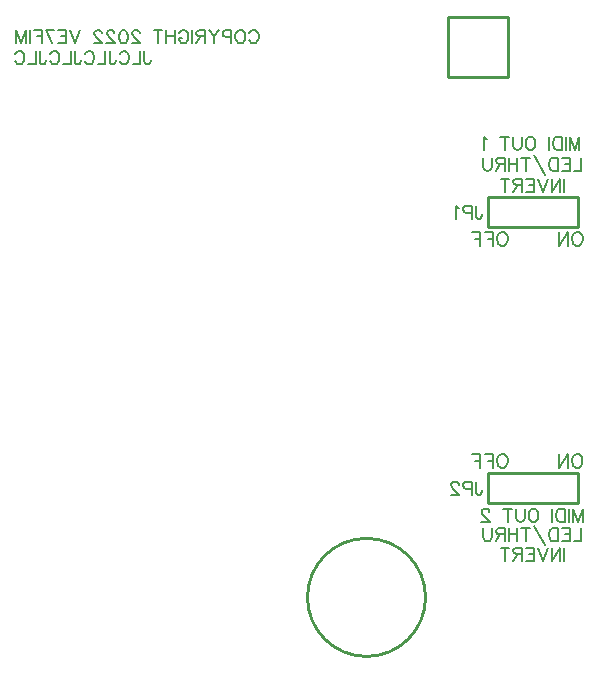
<source format=gbo>
G04 Layer: BottomSilkscreenLayer*
G04 Panelize: V-CUT, Column: 2, Row: 2, Board Size: 58.42mm x 58.42mm, Panelized Board Size: 118.84mm x 118.84mm*
G04 EasyEDA v6.5.32, 2023-07-30 20:53:33*
G04 c3515dc738d34e5298cd013e7790fecd,5a6b42c53f6a479593ecc07194224c93,10*
G04 Gerber Generator version 0.2*
G04 Scale: 100 percent, Rotated: No, Reflected: No *
G04 Dimensions in millimeters *
G04 leading zeros omitted , absolute positions ,4 integer and 5 decimal *
%FSLAX45Y45*%
%MOMM*%

%ADD10C,0.1520*%
%ADD11C,0.1524*%
%ADD12C,0.2540*%

%LPD*%
D10*
X1878444Y5423938D02*
G01*
X1878444Y5340812D01*
X1883641Y5325224D01*
X1888835Y5320029D01*
X1899226Y5314835D01*
X1909617Y5314835D01*
X1920008Y5320029D01*
X1925205Y5325224D01*
X1930400Y5340812D01*
X1930400Y5351203D01*
X1844154Y5423938D02*
G01*
X1844154Y5314835D01*
X1844154Y5314835D02*
G01*
X1781810Y5314835D01*
X1669587Y5397962D02*
G01*
X1674784Y5408353D01*
X1685175Y5418744D01*
X1695564Y5423938D01*
X1716346Y5423938D01*
X1726737Y5418744D01*
X1737128Y5408353D01*
X1742325Y5397962D01*
X1747520Y5382374D01*
X1747520Y5356397D01*
X1742325Y5340812D01*
X1737128Y5330421D01*
X1726737Y5320029D01*
X1716346Y5314835D01*
X1695564Y5314835D01*
X1685175Y5320029D01*
X1674784Y5330421D01*
X1669587Y5340812D01*
X1583344Y5423938D02*
G01*
X1583344Y5340812D01*
X1588538Y5325224D01*
X1593735Y5320029D01*
X1604124Y5314835D01*
X1614515Y5314835D01*
X1624906Y5320029D01*
X1630103Y5325224D01*
X1635297Y5340812D01*
X1635297Y5351203D01*
X1549054Y5423938D02*
G01*
X1549054Y5314835D01*
X1549054Y5314835D02*
G01*
X1486707Y5314835D01*
X1374485Y5397962D02*
G01*
X1379682Y5408353D01*
X1390073Y5418744D01*
X1400464Y5423938D01*
X1421244Y5423938D01*
X1431635Y5418744D01*
X1442026Y5408353D01*
X1447223Y5397962D01*
X1452417Y5382374D01*
X1452417Y5356397D01*
X1447223Y5340812D01*
X1442026Y5330421D01*
X1431635Y5320029D01*
X1421244Y5314835D01*
X1400464Y5314835D01*
X1390073Y5320029D01*
X1379682Y5330421D01*
X1374485Y5340812D01*
X1288242Y5423938D02*
G01*
X1288242Y5340812D01*
X1293436Y5325224D01*
X1298633Y5320029D01*
X1309024Y5314835D01*
X1319415Y5314835D01*
X1329804Y5320029D01*
X1335001Y5325224D01*
X1340195Y5340812D01*
X1340195Y5351203D01*
X1253952Y5423938D02*
G01*
X1253952Y5314835D01*
X1253952Y5314835D02*
G01*
X1191605Y5314835D01*
X1079385Y5397962D02*
G01*
X1084579Y5408353D01*
X1094971Y5418744D01*
X1105362Y5423938D01*
X1126144Y5423938D01*
X1136535Y5418744D01*
X1146924Y5408353D01*
X1152121Y5397962D01*
X1157315Y5382374D01*
X1157315Y5356397D01*
X1152121Y5340812D01*
X1146924Y5330421D01*
X1136535Y5320029D01*
X1126144Y5314835D01*
X1105362Y5314835D01*
X1094971Y5320029D01*
X1084579Y5330421D01*
X1079385Y5340812D01*
X993139Y5423938D02*
G01*
X993139Y5340812D01*
X998334Y5325224D01*
X1003531Y5320029D01*
X1013922Y5314835D01*
X1024313Y5314835D01*
X1034704Y5320029D01*
X1039898Y5325224D01*
X1045095Y5340812D01*
X1045095Y5351203D01*
X958850Y5423938D02*
G01*
X958850Y5314835D01*
X958850Y5314835D02*
G01*
X896505Y5314835D01*
X784283Y5397962D02*
G01*
X789477Y5408353D01*
X799868Y5418744D01*
X810260Y5423938D01*
X831042Y5423938D01*
X841433Y5418744D01*
X851824Y5408353D01*
X857018Y5397962D01*
X862215Y5382374D01*
X862215Y5356397D01*
X857018Y5340812D01*
X851824Y5330421D01*
X841433Y5320029D01*
X831042Y5314835D01*
X810260Y5314835D01*
X799868Y5320029D01*
X789477Y5330421D01*
X784283Y5340812D01*
D11*
X2766822Y5575807D02*
G01*
X2772156Y5586221D01*
X2782570Y5596636D01*
X2792729Y5601715D01*
X2813558Y5601715D01*
X2823972Y5596636D01*
X2834386Y5586221D01*
X2839720Y5575807D01*
X2844800Y5560060D01*
X2844800Y5534152D01*
X2839720Y5518657D01*
X2834386Y5508244D01*
X2823972Y5497829D01*
X2813558Y5492750D01*
X2792729Y5492750D01*
X2782570Y5497829D01*
X2772156Y5508244D01*
X2766822Y5518657D01*
X2701290Y5601715D02*
G01*
X2711704Y5596636D01*
X2722118Y5586221D01*
X2727452Y5575807D01*
X2732531Y5560060D01*
X2732531Y5534152D01*
X2727452Y5518657D01*
X2722118Y5508244D01*
X2711704Y5497829D01*
X2701290Y5492750D01*
X2680715Y5492750D01*
X2670302Y5497829D01*
X2659888Y5508244D01*
X2654554Y5518657D01*
X2649474Y5534152D01*
X2649474Y5560060D01*
X2654554Y5575807D01*
X2659888Y5586221D01*
X2670302Y5596636D01*
X2680715Y5601715D01*
X2701290Y5601715D01*
X2615184Y5601715D02*
G01*
X2615184Y5492750D01*
X2615184Y5601715D02*
G01*
X2568447Y5601715D01*
X2552700Y5596636D01*
X2547620Y5591302D01*
X2542540Y5580887D01*
X2542540Y5565394D01*
X2547620Y5554979D01*
X2552700Y5549900D01*
X2568447Y5544565D01*
X2615184Y5544565D01*
X2508250Y5601715D02*
G01*
X2466593Y5549900D01*
X2466593Y5492750D01*
X2424938Y5601715D02*
G01*
X2466593Y5549900D01*
X2390647Y5601715D02*
G01*
X2390647Y5492750D01*
X2390647Y5601715D02*
G01*
X2343911Y5601715D01*
X2328418Y5596636D01*
X2323084Y5591302D01*
X2318004Y5580887D01*
X2318004Y5570473D01*
X2323084Y5560060D01*
X2328418Y5554979D01*
X2343911Y5549900D01*
X2390647Y5549900D01*
X2354325Y5549900D02*
G01*
X2318004Y5492750D01*
X2283713Y5601715D02*
G01*
X2283713Y5492750D01*
X2171445Y5575807D02*
G01*
X2176779Y5586221D01*
X2186940Y5596636D01*
X2197354Y5601715D01*
X2218181Y5601715D01*
X2228595Y5596636D01*
X2239009Y5586221D01*
X2244090Y5575807D01*
X2249424Y5560060D01*
X2249424Y5534152D01*
X2244090Y5518657D01*
X2239009Y5508244D01*
X2228595Y5497829D01*
X2218181Y5492750D01*
X2197354Y5492750D01*
X2186940Y5497829D01*
X2176779Y5508244D01*
X2171445Y5518657D01*
X2171445Y5534152D01*
X2197354Y5534152D02*
G01*
X2171445Y5534152D01*
X2137156Y5601715D02*
G01*
X2137156Y5492750D01*
X2064511Y5601715D02*
G01*
X2064511Y5492750D01*
X2137156Y5549900D02*
G01*
X2064511Y5549900D01*
X1993900Y5601715D02*
G01*
X1993900Y5492750D01*
X2030222Y5601715D02*
G01*
X1957324Y5601715D01*
X1837944Y5575807D02*
G01*
X1837944Y5580887D01*
X1832610Y5591302D01*
X1827529Y5596636D01*
X1817115Y5601715D01*
X1796287Y5601715D01*
X1785873Y5596636D01*
X1780794Y5591302D01*
X1775460Y5580887D01*
X1775460Y5570473D01*
X1780794Y5560060D01*
X1791207Y5544565D01*
X1843023Y5492750D01*
X1770379Y5492750D01*
X1704847Y5601715D02*
G01*
X1720595Y5596636D01*
X1731010Y5580887D01*
X1736089Y5554979D01*
X1736089Y5539486D01*
X1731010Y5513323D01*
X1720595Y5497829D01*
X1704847Y5492750D01*
X1694434Y5492750D01*
X1678939Y5497829D01*
X1668526Y5513323D01*
X1663445Y5539486D01*
X1663445Y5554979D01*
X1668526Y5580887D01*
X1678939Y5596636D01*
X1694434Y5601715D01*
X1704847Y5601715D01*
X1623821Y5575807D02*
G01*
X1623821Y5580887D01*
X1618742Y5591302D01*
X1613407Y5596636D01*
X1602994Y5601715D01*
X1582420Y5601715D01*
X1572005Y5596636D01*
X1566671Y5591302D01*
X1561592Y5580887D01*
X1561592Y5570473D01*
X1566671Y5560060D01*
X1577086Y5544565D01*
X1629155Y5492750D01*
X1556257Y5492750D01*
X1516887Y5575807D02*
G01*
X1516887Y5580887D01*
X1511554Y5591302D01*
X1506473Y5596636D01*
X1496060Y5601715D01*
X1475231Y5601715D01*
X1464818Y5596636D01*
X1459737Y5591302D01*
X1454404Y5580887D01*
X1454404Y5570473D01*
X1459737Y5560060D01*
X1470152Y5544565D01*
X1521968Y5492750D01*
X1449323Y5492750D01*
X1335023Y5601715D02*
G01*
X1293368Y5492750D01*
X1251965Y5601715D02*
G01*
X1293368Y5492750D01*
X1217676Y5601715D02*
G01*
X1217676Y5492750D01*
X1217676Y5601715D02*
G01*
X1150112Y5601715D01*
X1217676Y5549900D02*
G01*
X1176020Y5549900D01*
X1217676Y5492750D02*
G01*
X1150112Y5492750D01*
X1042923Y5601715D02*
G01*
X1094994Y5492750D01*
X1115821Y5601715D02*
G01*
X1042923Y5601715D01*
X1008634Y5601715D02*
G01*
X1008634Y5492750D01*
X1008634Y5601715D02*
G01*
X941070Y5601715D01*
X1008634Y5549900D02*
G01*
X967231Y5549900D01*
X906779Y5601715D02*
G01*
X906779Y5492750D01*
X872489Y5601715D02*
G01*
X872489Y5492750D01*
X872489Y5601715D02*
G01*
X831087Y5492750D01*
X789431Y5601715D02*
G01*
X831087Y5492750D01*
X789431Y5601715D02*
G01*
X789431Y5492750D01*
X5435566Y1220208D02*
G01*
X5435566Y1111242D01*
X5401276Y1220208D02*
G01*
X5401276Y1111242D01*
X5401276Y1220208D02*
G01*
X5328632Y1111242D01*
X5328632Y1220208D02*
G01*
X5328632Y1111242D01*
X5294342Y1220208D02*
G01*
X5252686Y1111242D01*
X5211030Y1220208D02*
G01*
X5252686Y1111242D01*
X5176740Y1220208D02*
G01*
X5176740Y1111242D01*
X5176740Y1220208D02*
G01*
X5109430Y1220208D01*
X5176740Y1168392D02*
G01*
X5135338Y1168392D01*
X5176740Y1111242D02*
G01*
X5109430Y1111242D01*
X5075140Y1220208D02*
G01*
X5075140Y1111242D01*
X5075140Y1220208D02*
G01*
X5028150Y1220208D01*
X5012656Y1215128D01*
X5007576Y1209794D01*
X5002242Y1199380D01*
X5002242Y1188966D01*
X5007576Y1178552D01*
X5012656Y1173472D01*
X5028150Y1168392D01*
X5075140Y1168392D01*
X5038564Y1168392D02*
G01*
X5002242Y1111242D01*
X4931630Y1220208D02*
G01*
X4931630Y1111242D01*
X4967952Y1220208D02*
G01*
X4895308Y1220208D01*
X4685126Y1779033D02*
G01*
X4685126Y1695907D01*
X4690323Y1680319D01*
X4695517Y1675124D01*
X4705908Y1669930D01*
X4716299Y1669930D01*
X4726691Y1675124D01*
X4731887Y1680319D01*
X4737082Y1695907D01*
X4737082Y1706298D01*
X4650836Y1779033D02*
G01*
X4650836Y1669930D01*
X4650836Y1779033D02*
G01*
X4604077Y1779033D01*
X4588492Y1773839D01*
X4583297Y1768642D01*
X4578101Y1758251D01*
X4578101Y1742666D01*
X4583297Y1732274D01*
X4588492Y1727080D01*
X4604077Y1721883D01*
X4650836Y1721883D01*
X4538616Y1753057D02*
G01*
X4538616Y1758251D01*
X4533419Y1768642D01*
X4528225Y1773839D01*
X4517834Y1779033D01*
X4497052Y1779033D01*
X4486661Y1773839D01*
X4481466Y1768642D01*
X4476269Y1758251D01*
X4476269Y1747860D01*
X4481466Y1737469D01*
X4491857Y1721883D01*
X4543811Y1669930D01*
X4471075Y1669930D01*
X5555251Y2013384D02*
G01*
X5566161Y2007930D01*
X5577070Y1997021D01*
X5582526Y1986112D01*
X5587979Y1969749D01*
X5587979Y1942477D01*
X5582526Y1926112D01*
X5577070Y1915203D01*
X5566161Y1904293D01*
X5555251Y1898840D01*
X5533433Y1898840D01*
X5522526Y1904293D01*
X5511617Y1915203D01*
X5506161Y1926112D01*
X5500707Y1942477D01*
X5500707Y1969749D01*
X5506161Y1986112D01*
X5511617Y1997021D01*
X5522526Y2007930D01*
X5533433Y2013384D01*
X5555251Y2013384D01*
X5464708Y2013384D02*
G01*
X5464708Y1898840D01*
X5464708Y2013384D02*
G01*
X5388343Y1898840D01*
X5388343Y2013384D02*
G01*
X5388343Y1898840D01*
X4920254Y2013384D02*
G01*
X4931163Y2007930D01*
X4942072Y1997021D01*
X4947528Y1986112D01*
X4952982Y1969749D01*
X4952982Y1942477D01*
X4947528Y1926112D01*
X4942072Y1915203D01*
X4931163Y1904293D01*
X4920254Y1898840D01*
X4898435Y1898840D01*
X4887528Y1904293D01*
X4876619Y1915203D01*
X4871163Y1926112D01*
X4865710Y1942477D01*
X4865710Y1969749D01*
X4871163Y1986112D01*
X4876619Y1997021D01*
X4887528Y2007930D01*
X4898435Y2013384D01*
X4920254Y2013384D01*
X4829710Y2013384D02*
G01*
X4829710Y1898840D01*
X4829710Y2013384D02*
G01*
X4758801Y2013384D01*
X4829710Y1958840D02*
G01*
X4786073Y1958840D01*
X4722799Y2013384D02*
G01*
X4722799Y1898840D01*
X4722799Y2013384D02*
G01*
X4651893Y2013384D01*
X4722799Y1958840D02*
G01*
X4679165Y1958840D01*
X4920264Y3892974D02*
G01*
X4931173Y3887520D01*
X4942083Y3876611D01*
X4947538Y3865702D01*
X4952992Y3849339D01*
X4952992Y3822067D01*
X4947538Y3805702D01*
X4942083Y3794793D01*
X4931173Y3783883D01*
X4920264Y3778430D01*
X4898445Y3778430D01*
X4887539Y3783883D01*
X4876629Y3794793D01*
X4871173Y3805702D01*
X4865720Y3822067D01*
X4865720Y3849339D01*
X4871173Y3865702D01*
X4876629Y3876611D01*
X4887539Y3887520D01*
X4898445Y3892974D01*
X4920264Y3892974D01*
X4829721Y3892974D02*
G01*
X4829721Y3778430D01*
X4829721Y3892974D02*
G01*
X4758811Y3892974D01*
X4829721Y3838430D02*
G01*
X4786083Y3838430D01*
X4722809Y3892974D02*
G01*
X4722809Y3778430D01*
X4722809Y3892974D02*
G01*
X4651903Y3892974D01*
X4722809Y3838430D02*
G01*
X4679175Y3838430D01*
X5555261Y3892974D02*
G01*
X5566171Y3887520D01*
X5577080Y3876611D01*
X5582536Y3865702D01*
X5587989Y3849339D01*
X5587989Y3822067D01*
X5582536Y3805702D01*
X5577080Y3794793D01*
X5566171Y3783883D01*
X5555261Y3778430D01*
X5533443Y3778430D01*
X5522536Y3783883D01*
X5511627Y3794793D01*
X5506171Y3805702D01*
X5500717Y3822067D01*
X5500717Y3849339D01*
X5506171Y3865702D01*
X5511627Y3876611D01*
X5522536Y3887520D01*
X5533443Y3892974D01*
X5555261Y3892974D01*
X5464718Y3892974D02*
G01*
X5464718Y3778430D01*
X5464718Y3892974D02*
G01*
X5388353Y3778430D01*
X5388353Y3892974D02*
G01*
X5388353Y3778430D01*
X4685261Y4115803D02*
G01*
X4685261Y4032745D01*
X4690341Y4016997D01*
X4695421Y4011917D01*
X4705835Y4006837D01*
X4716249Y4006837D01*
X4726663Y4011917D01*
X4731997Y4016997D01*
X4737077Y4032745D01*
X4737077Y4043159D01*
X4650971Y4115803D02*
G01*
X4650971Y4006837D01*
X4650971Y4115803D02*
G01*
X4603981Y4115803D01*
X4588487Y4110723D01*
X4583407Y4105389D01*
X4578073Y4094975D01*
X4578073Y4079481D01*
X4583407Y4069067D01*
X4588487Y4063987D01*
X4603981Y4058653D01*
X4650971Y4058653D01*
X4543783Y4094975D02*
G01*
X4533369Y4100309D01*
X4517875Y4115803D01*
X4517875Y4006837D01*
X5435577Y4344398D02*
G01*
X5435577Y4235432D01*
X5401287Y4344398D02*
G01*
X5401287Y4235432D01*
X5401287Y4344398D02*
G01*
X5328643Y4235432D01*
X5328643Y4344398D02*
G01*
X5328643Y4235432D01*
X5294353Y4344398D02*
G01*
X5252697Y4235432D01*
X5211041Y4344398D02*
G01*
X5252697Y4235432D01*
X5176751Y4344398D02*
G01*
X5176751Y4235432D01*
X5176751Y4344398D02*
G01*
X5109441Y4344398D01*
X5176751Y4292582D02*
G01*
X5135349Y4292582D01*
X5176751Y4235432D02*
G01*
X5109441Y4235432D01*
X5075151Y4344398D02*
G01*
X5075151Y4235432D01*
X5075151Y4344398D02*
G01*
X5028161Y4344398D01*
X5012667Y4339318D01*
X5007587Y4333984D01*
X5002253Y4323570D01*
X5002253Y4313156D01*
X5007587Y4302742D01*
X5012667Y4297662D01*
X5028161Y4292582D01*
X5075151Y4292582D01*
X5038575Y4292582D02*
G01*
X5002253Y4235432D01*
X4931641Y4344398D02*
G01*
X4931641Y4235432D01*
X4967963Y4344398D02*
G01*
X4895319Y4344398D01*
X5575274Y4522213D02*
G01*
X5575274Y4413110D01*
X5575274Y4413110D02*
G01*
X5512930Y4413110D01*
X5478640Y4522213D02*
G01*
X5478640Y4413110D01*
X5478640Y4522213D02*
G01*
X5411099Y4522213D01*
X5478640Y4470260D02*
G01*
X5437075Y4470260D01*
X5478640Y4413110D02*
G01*
X5411099Y4413110D01*
X5376809Y4522213D02*
G01*
X5376809Y4413110D01*
X5376809Y4522213D02*
G01*
X5340438Y4522213D01*
X5324853Y4517019D01*
X5314462Y4506628D01*
X5309268Y4496236D01*
X5304071Y4480648D01*
X5304071Y4454672D01*
X5309268Y4439086D01*
X5314462Y4428695D01*
X5324853Y4418304D01*
X5340438Y4413110D01*
X5376809Y4413110D01*
X5176263Y4542995D02*
G01*
X5269781Y4376740D01*
X5105605Y4522213D02*
G01*
X5105605Y4413110D01*
X5141973Y4522213D02*
G01*
X5069238Y4522213D01*
X5034948Y4522213D02*
G01*
X5034948Y4413110D01*
X4962210Y4522213D02*
G01*
X4962210Y4413110D01*
X5034948Y4470260D02*
G01*
X4962210Y4470260D01*
X4927920Y4522213D02*
G01*
X4927920Y4413110D01*
X4927920Y4522213D02*
G01*
X4881161Y4522213D01*
X4865575Y4517019D01*
X4860378Y4511822D01*
X4855184Y4501431D01*
X4855184Y4491040D01*
X4860378Y4480648D01*
X4865575Y4475454D01*
X4881161Y4470260D01*
X4927920Y4470260D01*
X4891552Y4470260D02*
G01*
X4855184Y4413110D01*
X4820894Y4522213D02*
G01*
X4820894Y4444281D01*
X4815700Y4428695D01*
X4805309Y4418304D01*
X4789721Y4413110D01*
X4779330Y4413110D01*
X4763744Y4418304D01*
X4753353Y4428695D01*
X4748159Y4444281D01*
X4748159Y4522213D01*
X5575289Y1385349D02*
G01*
X5575289Y1276245D01*
X5575289Y1276245D02*
G01*
X5512945Y1276245D01*
X5478655Y1385349D02*
G01*
X5478655Y1276245D01*
X5478655Y1385349D02*
G01*
X5411114Y1385349D01*
X5478655Y1333395D02*
G01*
X5437090Y1333395D01*
X5478655Y1276245D02*
G01*
X5411114Y1276245D01*
X5376824Y1385349D02*
G01*
X5376824Y1276245D01*
X5376824Y1385349D02*
G01*
X5340454Y1385349D01*
X5324868Y1380154D01*
X5314477Y1369763D01*
X5309283Y1359372D01*
X5304086Y1343784D01*
X5304086Y1317807D01*
X5309283Y1302222D01*
X5314477Y1291831D01*
X5324868Y1281440D01*
X5340454Y1276245D01*
X5376824Y1276245D01*
X5176278Y1406131D02*
G01*
X5269796Y1239875D01*
X5105620Y1385349D02*
G01*
X5105620Y1276245D01*
X5141988Y1385349D02*
G01*
X5069253Y1385349D01*
X5034963Y1385349D02*
G01*
X5034963Y1276245D01*
X4962225Y1385349D02*
G01*
X4962225Y1276245D01*
X5034963Y1333395D02*
G01*
X4962225Y1333395D01*
X4927935Y1385349D02*
G01*
X4927935Y1276245D01*
X4927935Y1385349D02*
G01*
X4881176Y1385349D01*
X4865590Y1380154D01*
X4860394Y1374957D01*
X4855199Y1364566D01*
X4855199Y1354175D01*
X4860394Y1343784D01*
X4865590Y1338590D01*
X4881176Y1333395D01*
X4927935Y1333395D01*
X4891567Y1333395D02*
G01*
X4855199Y1276245D01*
X4820909Y1385349D02*
G01*
X4820909Y1307416D01*
X4815715Y1291831D01*
X4805324Y1281440D01*
X4789736Y1276245D01*
X4779345Y1276245D01*
X4763759Y1281440D01*
X4753368Y1291831D01*
X4748174Y1307416D01*
X4748174Y1385349D01*
X5562574Y4700010D02*
G01*
X5562574Y4590907D01*
X5562574Y4700010D02*
G01*
X5521010Y4590907D01*
X5479448Y4700010D02*
G01*
X5521010Y4590907D01*
X5479448Y4700010D02*
G01*
X5479448Y4590907D01*
X5445158Y4700010D02*
G01*
X5445158Y4590907D01*
X5410868Y4700010D02*
G01*
X5410868Y4590907D01*
X5410868Y4700010D02*
G01*
X5374500Y4700010D01*
X5358912Y4694816D01*
X5348521Y4684425D01*
X5343326Y4674034D01*
X5338130Y4658446D01*
X5338130Y4632469D01*
X5343326Y4616884D01*
X5348521Y4606493D01*
X5358912Y4596102D01*
X5374500Y4590907D01*
X5410868Y4590907D01*
X5303840Y4700010D02*
G01*
X5303840Y4590907D01*
X5158369Y4700010D02*
G01*
X5168760Y4694816D01*
X5179148Y4684425D01*
X5184345Y4674034D01*
X5189540Y4658446D01*
X5189540Y4632469D01*
X5184345Y4616884D01*
X5179148Y4606493D01*
X5168760Y4596102D01*
X5158369Y4590907D01*
X5137586Y4590907D01*
X5127195Y4596102D01*
X5116804Y4606493D01*
X5111610Y4616884D01*
X5106413Y4632469D01*
X5106413Y4658446D01*
X5111610Y4674034D01*
X5116804Y4684425D01*
X5127195Y4694816D01*
X5137586Y4700010D01*
X5158369Y4700010D01*
X5072123Y4700010D02*
G01*
X5072123Y4622078D01*
X5066929Y4606493D01*
X5056538Y4596102D01*
X5040950Y4590907D01*
X5030558Y4590907D01*
X5014973Y4596102D01*
X5004582Y4606493D01*
X4999388Y4622078D01*
X4999388Y4700010D01*
X4928730Y4700010D02*
G01*
X4928730Y4590907D01*
X4965098Y4700010D02*
G01*
X4892360Y4700010D01*
X4778060Y4679228D02*
G01*
X4767668Y4684425D01*
X4752083Y4700010D01*
X4752083Y4590907D01*
X5587982Y1550433D02*
G01*
X5587982Y1441330D01*
X5587982Y1550433D02*
G01*
X5546417Y1441330D01*
X5504855Y1550433D02*
G01*
X5546417Y1441330D01*
X5504855Y1550433D02*
G01*
X5504855Y1441330D01*
X5470565Y1550433D02*
G01*
X5470565Y1441330D01*
X5436275Y1550433D02*
G01*
X5436275Y1441330D01*
X5436275Y1550433D02*
G01*
X5399907Y1550433D01*
X5384319Y1545239D01*
X5373928Y1534848D01*
X5368734Y1524457D01*
X5363537Y1508869D01*
X5363537Y1482892D01*
X5368734Y1467307D01*
X5373928Y1456916D01*
X5384319Y1446524D01*
X5399907Y1441330D01*
X5436275Y1441330D01*
X5329247Y1550433D02*
G01*
X5329247Y1441330D01*
X5183776Y1550433D02*
G01*
X5194167Y1545239D01*
X5204556Y1534848D01*
X5209753Y1524457D01*
X5214947Y1508869D01*
X5214947Y1482892D01*
X5209753Y1467307D01*
X5204556Y1456916D01*
X5194167Y1446524D01*
X5183776Y1441330D01*
X5162994Y1441330D01*
X5152603Y1446524D01*
X5142212Y1456916D01*
X5137017Y1467307D01*
X5131821Y1482892D01*
X5131821Y1508869D01*
X5137017Y1524457D01*
X5142212Y1534848D01*
X5152603Y1545239D01*
X5162994Y1550433D01*
X5183776Y1550433D01*
X5097531Y1550433D02*
G01*
X5097531Y1472501D01*
X5092336Y1456916D01*
X5081945Y1446524D01*
X5066357Y1441330D01*
X5055966Y1441330D01*
X5040381Y1446524D01*
X5029989Y1456916D01*
X5024795Y1472501D01*
X5024795Y1550433D01*
X4954137Y1550433D02*
G01*
X4954137Y1441330D01*
X4990505Y1550433D02*
G01*
X4917767Y1550433D01*
X4798273Y1524457D02*
G01*
X4798273Y1529651D01*
X4793076Y1540042D01*
X4787882Y1545239D01*
X4777491Y1550433D01*
X4756708Y1550433D01*
X4746317Y1545239D01*
X4741123Y1540042D01*
X4735926Y1529651D01*
X4735926Y1519260D01*
X4741123Y1508869D01*
X4751514Y1493283D01*
X4803467Y1441330D01*
X4730732Y1441330D01*
D12*
X4787854Y3936987D02*
G01*
X4787854Y4190987D01*
X5549854Y4190987D01*
X5549854Y3936987D01*
X4787854Y3936987D01*
X4787874Y1600200D02*
G01*
X4787874Y1854200D01*
X5549874Y1854200D01*
X5549874Y1600200D01*
X4787874Y1600200D01*
G75*
G01
X4259199Y800100D02*
G03X4259199Y800100I-499999J0D01*
X4445000Y5715000D02*
G01*
X4953000Y5715000D01*
X4953000Y5207000D01*
X4445000Y5207000D01*
X4445000Y5715000D01*
M02*

</source>
